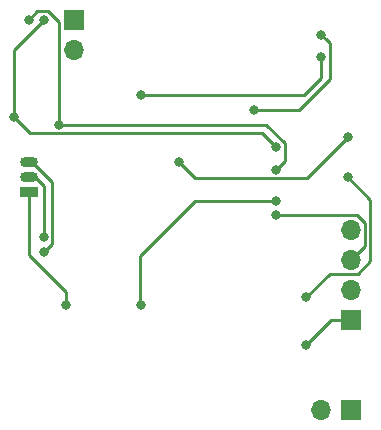
<source format=gbr>
G04 #@! TF.GenerationSoftware,KiCad,Pcbnew,(5.1.0)-1*
G04 #@! TF.CreationDate,2019-04-05T20:07:07+02:00*
G04 #@! TF.ProjectId,WiFi Environment Sensor Node,57694669-2045-46e7-9669-726f6e6d656e,rev?*
G04 #@! TF.SameCoordinates,Original*
G04 #@! TF.FileFunction,Copper,L2,Bot*
G04 #@! TF.FilePolarity,Positive*
%FSLAX46Y46*%
G04 Gerber Fmt 4.6, Leading zero omitted, Abs format (unit mm)*
G04 Created by KiCad (PCBNEW (5.1.0)-1) date 2019-04-05 20:07:07*
%MOMM*%
%LPD*%
G04 APERTURE LIST*
%ADD10R,1.700000X1.700000*%
%ADD11O,1.700000X1.700000*%
%ADD12R,1.500000X0.900000*%
%ADD13O,1.500000X0.900000*%
%ADD14C,0.800000*%
%ADD15C,0.250000*%
G04 APERTURE END LIST*
D10*
X119380000Y-81915000D03*
D11*
X119380000Y-84455000D03*
D12*
X115570000Y-96520000D03*
D13*
X115570000Y-93980000D03*
X115570000Y-95250000D03*
D11*
X140335000Y-114935000D03*
D10*
X142875000Y-114935000D03*
D11*
X142875000Y-99695000D03*
X142875000Y-102235000D03*
X142875000Y-104775000D03*
D10*
X142875000Y-107315000D03*
D14*
X118745000Y-106045000D03*
X139065000Y-105410000D03*
X142555002Y-95250000D03*
X116840000Y-101600000D03*
X136525000Y-98425000D03*
X128270000Y-93980000D03*
X142598052Y-91836816D03*
X136525000Y-97245000D03*
X125095000Y-106045000D03*
X116840000Y-100330000D03*
X125095000Y-88265000D03*
X140335000Y-85090000D03*
X136525000Y-94615000D03*
X118110000Y-90805000D03*
X115570000Y-81915000D03*
X114300000Y-90170000D03*
X116840000Y-81915000D03*
X136525000Y-92710000D03*
X139076365Y-109426669D03*
X140335000Y-83185000D03*
X134620000Y-89535000D03*
D15*
X118745000Y-104971998D02*
X118745000Y-106045000D01*
X115570000Y-96520000D02*
X115570000Y-101796998D01*
X115570000Y-101796998D02*
X118745000Y-104971998D01*
X144500010Y-97195008D02*
X142555002Y-95250000D01*
X144500010Y-102348992D02*
X144500010Y-97195008D01*
X143439001Y-103410001D02*
X144500010Y-102348992D01*
X139065000Y-105410000D02*
X141064999Y-103410001D01*
X141064999Y-103410001D02*
X143439001Y-103410001D01*
X115870000Y-93980000D02*
X115570000Y-93980000D01*
X117565001Y-95675001D02*
X115870000Y-93980000D01*
X117565001Y-100874999D02*
X117565001Y-95675001D01*
X116840000Y-101600000D02*
X117565001Y-100874999D01*
X143724999Y-101385001D02*
X142875000Y-102235000D01*
X144050001Y-101059999D02*
X143724999Y-101385001D01*
X144050001Y-99130999D02*
X144050001Y-101059999D01*
X143344002Y-98425000D02*
X136525000Y-98425000D01*
X142875000Y-102235000D02*
X144050001Y-101059999D01*
X144050001Y-99130999D02*
X143344002Y-98425000D01*
X128270000Y-93980000D02*
X129630001Y-95340001D01*
X129630001Y-95340001D02*
X139094867Y-95340001D01*
X139094867Y-95340001D02*
X142598052Y-91836816D01*
X125004999Y-105954999D02*
X125095000Y-106045000D01*
X125004999Y-101886999D02*
X125004999Y-105954999D01*
X136525000Y-97245000D02*
X129646998Y-97245000D01*
X129646998Y-97245000D02*
X125004999Y-101886999D01*
X116840000Y-99764315D02*
X116840000Y-100330000D01*
X116840000Y-96004998D02*
X116840000Y-99764315D01*
X116085002Y-95250000D02*
X116840000Y-96004998D01*
X115570000Y-95250000D02*
X116085002Y-95250000D01*
X140335000Y-86819636D02*
X140335000Y-85090000D01*
X125095000Y-88265000D02*
X138889636Y-88265000D01*
X138889636Y-88265000D02*
X140335000Y-86819636D01*
X135693002Y-90805000D02*
X118110000Y-90805000D01*
X137250001Y-92361999D02*
X135693002Y-90805000D01*
X136525000Y-94615000D02*
X137250001Y-93889999D01*
X137250001Y-93889999D02*
X137250001Y-92361999D01*
X118110000Y-90239315D02*
X118110000Y-90805000D01*
X118110000Y-82111998D02*
X118110000Y-90239315D01*
X117188001Y-81189999D02*
X118110000Y-82111998D01*
X116295001Y-81189999D02*
X117188001Y-81189999D01*
X115570000Y-81915000D02*
X116295001Y-81189999D01*
X114300000Y-84455000D02*
X114300000Y-90170000D01*
X116840000Y-81915000D02*
X114300000Y-84455000D01*
X115660001Y-91530001D02*
X114300000Y-90170000D01*
X135345001Y-91530001D02*
X115660001Y-91530001D01*
X136525000Y-92710000D02*
X135345001Y-91530001D01*
X141188034Y-107315000D02*
X142875000Y-107315000D01*
X139076365Y-109426669D02*
X141188034Y-107315000D01*
X140335000Y-83185000D02*
X141060001Y-83910001D01*
X140734999Y-83584999D02*
X140335000Y-83185000D01*
X141060001Y-83910001D02*
X140734999Y-83584999D01*
X141060001Y-86904999D02*
X141060001Y-83910001D01*
X138430000Y-89535000D02*
X141060001Y-86904999D01*
X134620000Y-89535000D02*
X138430000Y-89535000D01*
M02*

</source>
